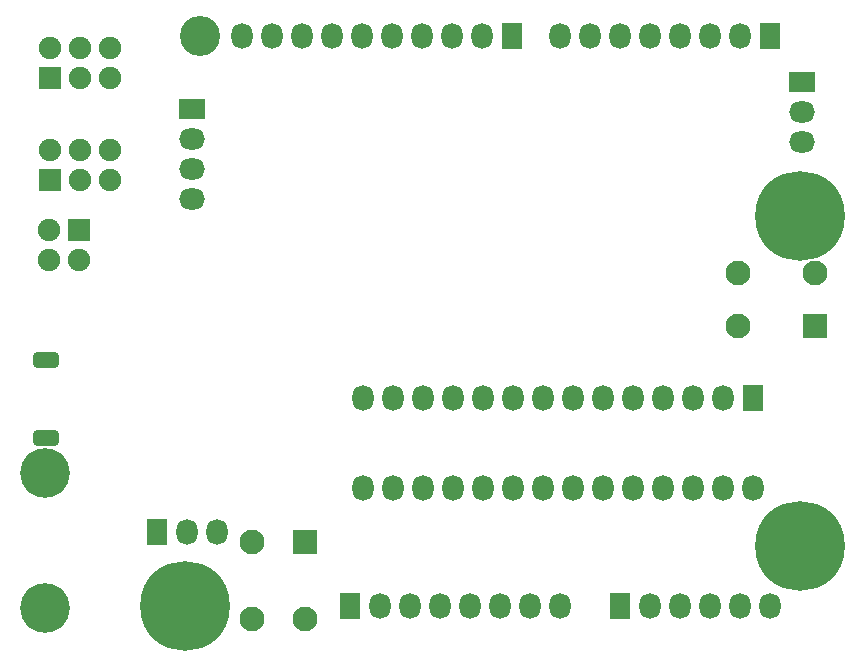
<source format=gbs>
G04*
G04 #@! TF.GenerationSoftware,Altium Limited,Altium Designer,21.0.8 (223)*
G04*
G04 Layer_Color=16711935*
%FSLAX44Y44*%
%MOMM*%
G71*
G04*
G04 #@! TF.SameCoordinates,CB068B56-A197-48A0-A871-B344E5AE3D22*
G04*
G04*
G04 #@! TF.FilePolarity,Negative*
G04*
G01*
G75*
%ADD45R,2.1000X2.1000*%
%ADD57C,3.4000*%
%ADD58C,2.1000*%
%ADD59R,2.1000X2.1000*%
%ADD60R,1.8000X2.2000*%
%ADD61O,1.8000X2.2000*%
%ADD62O,2.2000X1.8000*%
%ADD63R,2.2000X1.8000*%
%ADD64R,1.9000X1.9000*%
%ADD65C,1.9000*%
G04:AMPARAMS|DCode=66|XSize=2.2mm|YSize=1.4mm|CornerRadius=0.4mm|HoleSize=0mm|Usage=FLASHONLY|Rotation=0.000|XOffset=0mm|YOffset=0mm|HoleType=Round|Shape=RoundedRectangle|*
%AMROUNDEDRECTD66*
21,1,2.2000,0.6000,0,0,0.0*
21,1,1.4000,1.4000,0,0,0.0*
1,1,0.8000,0.7000,-0.3000*
1,1,0.8000,-0.7000,-0.3000*
1,1,0.8000,-0.7000,0.3000*
1,1,0.8000,0.7000,0.3000*
%
%ADD66ROUNDEDRECTD66*%
%ADD67C,4.2000*%
%ADD68C,7.6000*%
D45*
X241500Y79500D02*
D03*
D57*
X152400Y508000D02*
D03*
D58*
X673500Y307500D02*
D03*
X608500D02*
D03*
Y262500D02*
D03*
X241500Y14500D02*
D03*
X196500D02*
D03*
Y79500D02*
D03*
D59*
X673500Y262500D02*
D03*
D60*
X116200Y88000D02*
D03*
X416560Y508000D02*
D03*
X635000D02*
D03*
X508000Y25400D02*
D03*
X279400D02*
D03*
X620650Y201930D02*
D03*
D61*
X141600Y88000D02*
D03*
X167000D02*
D03*
X187960Y508000D02*
D03*
X213360D02*
D03*
X238760D02*
D03*
X264160D02*
D03*
X289560D02*
D03*
X314960D02*
D03*
X340360D02*
D03*
X365760D02*
D03*
X391160D02*
D03*
X457200D02*
D03*
X482600D02*
D03*
X508000D02*
D03*
X533400D02*
D03*
X558800D02*
D03*
X584200D02*
D03*
X609600D02*
D03*
X635000Y25400D02*
D03*
X609600D02*
D03*
X584200D02*
D03*
X558800D02*
D03*
X533400D02*
D03*
X457200D02*
D03*
X431800D02*
D03*
X406400D02*
D03*
X381000D02*
D03*
X355600D02*
D03*
X330200D02*
D03*
X304800D02*
D03*
X595250Y201930D02*
D03*
X569850D02*
D03*
X544450D02*
D03*
X519050D02*
D03*
X493650D02*
D03*
X468250D02*
D03*
X442850D02*
D03*
X417450D02*
D03*
X392050D02*
D03*
X366650D02*
D03*
X341250D02*
D03*
X315850D02*
D03*
X290450D02*
D03*
X620650Y125730D02*
D03*
X595250D02*
D03*
X569850D02*
D03*
X544450D02*
D03*
X519050D02*
D03*
X493650D02*
D03*
X468250D02*
D03*
X442850D02*
D03*
X417450D02*
D03*
X392050D02*
D03*
X366650D02*
D03*
X341250D02*
D03*
X315850D02*
D03*
X290450D02*
D03*
D62*
X146000Y420600D02*
D03*
Y395200D02*
D03*
Y369800D02*
D03*
X662000Y443600D02*
D03*
Y418200D02*
D03*
D63*
X146000Y446000D02*
D03*
X662000Y469000D02*
D03*
D64*
X50000Y344000D02*
D03*
X25400Y386080D02*
D03*
Y472440D02*
D03*
D65*
X24600Y344000D02*
D03*
X50000Y318600D02*
D03*
X24600D02*
D03*
X76200Y411480D02*
D03*
X50800D02*
D03*
X25400D02*
D03*
X76200Y386080D02*
D03*
X50800D02*
D03*
Y472440D02*
D03*
X76200D02*
D03*
X25400Y497840D02*
D03*
X50800D02*
D03*
X76200D02*
D03*
D66*
X21995Y234000D02*
D03*
Y168000D02*
D03*
D67*
X21750Y23750D02*
D03*
Y138000D02*
D03*
D68*
X660400Y355600D02*
D03*
Y76200D02*
D03*
X139700Y25400D02*
D03*
M02*

</source>
